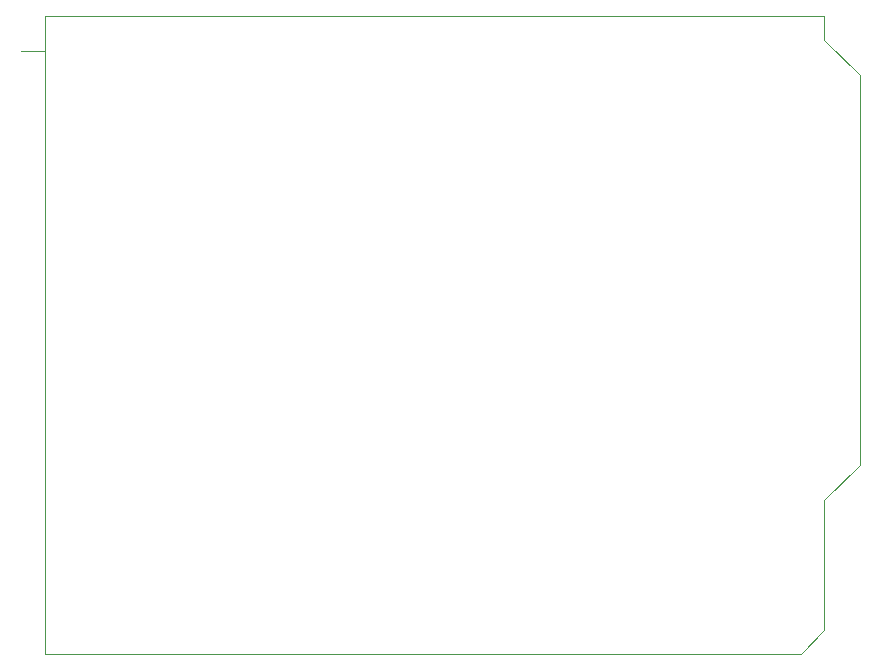
<source format=gbr>
%TF.GenerationSoftware,KiCad,Pcbnew,(5.1.8)-1*%
%TF.CreationDate,2021-03-12T13:42:17+01:00*%
%TF.ProjectId,AP,41502e6b-6963-4616-945f-706362585858,rev?*%
%TF.SameCoordinates,Original*%
%TF.FileFunction,Profile,NP*%
%FSLAX46Y46*%
G04 Gerber Fmt 4.6, Leading zero omitted, Abs format (unit mm)*
G04 Created by KiCad (PCBNEW (5.1.8)-1) date 2021-03-12 13:42:17*
%MOMM*%
%LPD*%
G01*
G04 APERTURE LIST*
%TA.AperFunction,Profile*%
%ADD10C,0.050000*%
%TD*%
G04 APERTURE END LIST*
D10*
X200000000Y-122000000D02*
X200000000Y-111000000D01*
X198000000Y-124000000D02*
X200000000Y-122000000D01*
X134000000Y-124000000D02*
X198000000Y-124000000D01*
X134000000Y-70000000D02*
X134000000Y-124000000D01*
X200000000Y-70000000D02*
X134000000Y-70000000D01*
X200000000Y-72000000D02*
X200000000Y-70000000D01*
X203000000Y-75000000D02*
X200000000Y-72000000D01*
X203000000Y-108000000D02*
X203000000Y-75000000D01*
X200000000Y-111000000D02*
X203000000Y-108000000D01*
X200000000Y-122000000D02*
X200000000Y-111000000D01*
X200000000Y-70000000D02*
X134000000Y-70000000D01*
X200000000Y-72000000D02*
X200000000Y-70000000D01*
X203000000Y-75000000D02*
X200000000Y-72000000D01*
X203000000Y-108000000D02*
X203000000Y-75000000D01*
X200000000Y-111000000D02*
X203000000Y-108000000D01*
X200000000Y-121000000D02*
X200000000Y-111000000D01*
X200000000Y-122000000D02*
X200000000Y-121000000D01*
X198000000Y-124000000D02*
X200000000Y-122000000D01*
X134000000Y-124000000D02*
X198000000Y-124000000D01*
X134000000Y-123000000D02*
X134000000Y-124000000D01*
X134000000Y-73000000D02*
X134000000Y-123000000D01*
X134000000Y-73000000D02*
X132000000Y-73000000D01*
X134000000Y-70000000D02*
X134000000Y-73000000D01*
M02*

</source>
